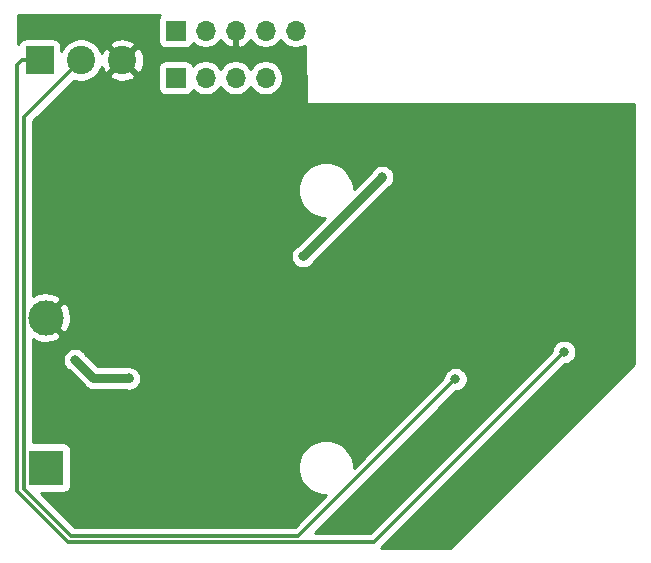
<source format=gbr>
%TF.GenerationSoftware,KiCad,Pcbnew,5.1.10*%
%TF.CreationDate,2021-06-08T01:23:06+10:00*%
%TF.ProjectId,mail-to-telegram,6d61696c-2d74-46f2-9d74-656c65677261,v1.0*%
%TF.SameCoordinates,Original*%
%TF.FileFunction,Copper,L2,Bot*%
%TF.FilePolarity,Positive*%
%FSLAX46Y46*%
G04 Gerber Fmt 4.6, Leading zero omitted, Abs format (unit mm)*
G04 Created by KiCad (PCBNEW 5.1.10) date 2021-06-08 01:23:06*
%MOMM*%
%LPD*%
G01*
G04 APERTURE LIST*
%TA.AperFunction,ComponentPad*%
%ADD10C,3.000000*%
%TD*%
%TA.AperFunction,ComponentPad*%
%ADD11R,3.000000X3.000000*%
%TD*%
%TA.AperFunction,ComponentPad*%
%ADD12O,1.700000X1.700000*%
%TD*%
%TA.AperFunction,ComponentPad*%
%ADD13R,1.700000X1.700000*%
%TD*%
%TA.AperFunction,ComponentPad*%
%ADD14C,2.400000*%
%TD*%
%TA.AperFunction,ComponentPad*%
%ADD15R,2.400000X2.400000*%
%TD*%
%TA.AperFunction,ViaPad*%
%ADD16C,0.800000*%
%TD*%
%TA.AperFunction,Conductor*%
%ADD17C,0.750000*%
%TD*%
%TA.AperFunction,Conductor*%
%ADD18C,0.300000*%
%TD*%
%TA.AperFunction,Conductor*%
%ADD19C,0.254000*%
%TD*%
%TA.AperFunction,Conductor*%
%ADD20C,0.100000*%
%TD*%
G04 APERTURE END LIST*
D10*
%TO.P,BT1,2*%
%TO.N,GND*%
X123000000Y-99800000D03*
D11*
%TO.P,BT1,1*%
%TO.N,+BATT*%
X123000000Y-112500000D03*
%TD*%
D12*
%TO.P,J2,4*%
%TO.N,GPIO34*%
X141620000Y-79500000D03*
%TO.P,J2,3*%
%TO.N,GPIO35*%
X139080000Y-79500000D03*
%TO.P,J2,2*%
%TO.N,GPIO32*%
X136540000Y-79500000D03*
D13*
%TO.P,J2,1*%
%TO.N,GPIO27*%
X134000000Y-79500000D03*
%TD*%
D12*
%TO.P,J1,5*%
%TO.N,UART_TX*%
X144160000Y-75500000D03*
%TO.P,J1,4*%
%TO.N,UART_RX*%
X141620000Y-75500000D03*
%TO.P,J1,3*%
%TO.N,GND*%
X139080000Y-75500000D03*
%TO.P,J1,2*%
%TO.N,+3V3*%
X136540000Y-75500000D03*
D13*
%TO.P,J1,1*%
%TO.N,+BATT*%
X134000000Y-75500000D03*
%TD*%
D14*
%TO.P,J3,3*%
%TO.N,GND*%
X129500000Y-78000000D03*
%TO.P,J3,2*%
%TO.N,REED_SW*%
X126000000Y-78000000D03*
D15*
%TO.P,J3,1*%
%TO.N,TOUCH*%
X122500000Y-78000000D03*
%TD*%
D16*
%TO.N,+3V3*%
X130050000Y-104950000D03*
X125500000Y-103400000D03*
X151500000Y-87900000D03*
X144800000Y-94600000D03*
%TO.N,REED_SW*%
X157700000Y-105000000D03*
%TO.N,TOUCH*%
X166900000Y-102700000D03*
%TO.N,GND*%
X161500000Y-90800000D03*
X161500000Y-92700000D03*
X163400000Y-90800000D03*
X161500000Y-88900000D03*
X159600000Y-90800000D03*
X159600000Y-92700000D03*
X163400000Y-92700000D03*
X163400000Y-88900000D03*
X159600000Y-88900000D03*
X124400000Y-107900000D03*
X125600000Y-105925000D03*
X134000000Y-105000000D03*
X134000000Y-106800000D03*
X149800000Y-85400000D03*
X151155000Y-83245000D03*
X169400000Y-83200000D03*
X156800000Y-102800000D03*
X128100000Y-103600000D03*
X140400000Y-105400000D03*
X148000000Y-105200000D03*
X151600000Y-92900000D03*
%TD*%
D17*
%TO.N,+3V3*%
X127050000Y-104950000D02*
X125500000Y-103400000D01*
X130050000Y-104950000D02*
X127050000Y-104950000D01*
X151500000Y-87900000D02*
X144800000Y-94600000D01*
D18*
%TO.N,REED_SW*%
X121149999Y-82850001D02*
X126000000Y-78000000D01*
X121149999Y-114280001D02*
X121149999Y-82850001D01*
X125169998Y-118300000D02*
X121149999Y-114280001D01*
X144400000Y-118300000D02*
X125169998Y-118300000D01*
X157700000Y-105000000D02*
X144400000Y-118300000D01*
%TO.N,TOUCH*%
X124900010Y-118800010D02*
X150799990Y-118800010D01*
X150799990Y-118800010D02*
X166500001Y-103099999D01*
X120600000Y-114500000D02*
X124900010Y-118800010D01*
X120600000Y-78400000D02*
X120600000Y-114500000D01*
X166500001Y-103099999D02*
X166900000Y-102700000D01*
X121000000Y-78000000D02*
X120600000Y-78400000D01*
X122500000Y-78000000D02*
X121000000Y-78000000D01*
%TD*%
D19*
%TO.N,GND*%
X132698815Y-74198815D02*
X132619463Y-74295506D01*
X132560498Y-74405820D01*
X132524188Y-74525518D01*
X132511928Y-74650000D01*
X132511928Y-76350000D01*
X132524188Y-76474482D01*
X132560498Y-76594180D01*
X132619463Y-76704494D01*
X132698815Y-76801185D01*
X132795506Y-76880537D01*
X132905820Y-76939502D01*
X133025518Y-76975812D01*
X133150000Y-76988072D01*
X134850000Y-76988072D01*
X134974482Y-76975812D01*
X135094180Y-76939502D01*
X135204494Y-76880537D01*
X135301185Y-76801185D01*
X135380537Y-76704494D01*
X135439502Y-76594180D01*
X135461513Y-76521620D01*
X135593368Y-76653475D01*
X135836589Y-76815990D01*
X136106842Y-76927932D01*
X136393740Y-76985000D01*
X136686260Y-76985000D01*
X136973158Y-76927932D01*
X137243411Y-76815990D01*
X137486632Y-76653475D01*
X137693475Y-76446632D01*
X137815195Y-76264466D01*
X137884822Y-76381355D01*
X138079731Y-76597588D01*
X138313080Y-76771641D01*
X138575901Y-76896825D01*
X138723110Y-76941476D01*
X138953000Y-76820155D01*
X138953000Y-75627000D01*
X138933000Y-75627000D01*
X138933000Y-75373000D01*
X138953000Y-75373000D01*
X138953000Y-75353000D01*
X139207000Y-75353000D01*
X139207000Y-75373000D01*
X139227000Y-75373000D01*
X139227000Y-75627000D01*
X139207000Y-75627000D01*
X139207000Y-76820155D01*
X139436890Y-76941476D01*
X139584099Y-76896825D01*
X139846920Y-76771641D01*
X140080269Y-76597588D01*
X140275178Y-76381355D01*
X140344805Y-76264466D01*
X140466525Y-76446632D01*
X140673368Y-76653475D01*
X140916589Y-76815990D01*
X141186842Y-76927932D01*
X141473740Y-76985000D01*
X141766260Y-76985000D01*
X142053158Y-76927932D01*
X142323411Y-76815990D01*
X142566632Y-76653475D01*
X142773475Y-76446632D01*
X142890000Y-76272240D01*
X143006525Y-76446632D01*
X143213368Y-76653475D01*
X143456589Y-76815990D01*
X143726842Y-76927932D01*
X144013740Y-76985000D01*
X144306260Y-76985000D01*
X144593158Y-76927932D01*
X144863411Y-76815990D01*
X144933518Y-76769146D01*
X145023022Y-81602351D01*
X145025440Y-81624776D01*
X145032667Y-81648601D01*
X145044403Y-81670557D01*
X145060197Y-81689803D01*
X145079443Y-81705597D01*
X145101399Y-81717333D01*
X145125224Y-81724560D01*
X145150000Y-81727000D01*
X172815000Y-81727000D01*
X172815001Y-103716262D01*
X157216264Y-119315000D01*
X151395157Y-119315000D01*
X166975158Y-103735000D01*
X167001939Y-103735000D01*
X167201898Y-103695226D01*
X167390256Y-103617205D01*
X167559774Y-103503937D01*
X167703937Y-103359774D01*
X167817205Y-103190256D01*
X167895226Y-103001898D01*
X167935000Y-102801939D01*
X167935000Y-102598061D01*
X167895226Y-102398102D01*
X167817205Y-102209744D01*
X167703937Y-102040226D01*
X167559774Y-101896063D01*
X167390256Y-101782795D01*
X167201898Y-101704774D01*
X167001939Y-101665000D01*
X166798061Y-101665000D01*
X166598102Y-101704774D01*
X166409744Y-101782795D01*
X166240226Y-101896063D01*
X166096063Y-102040226D01*
X165982795Y-102209744D01*
X165904774Y-102398102D01*
X165865000Y-102598061D01*
X165865000Y-102624842D01*
X150474833Y-118015010D01*
X145795147Y-118015010D01*
X157775158Y-106035000D01*
X157801939Y-106035000D01*
X158001898Y-105995226D01*
X158190256Y-105917205D01*
X158359774Y-105803937D01*
X158503937Y-105659774D01*
X158617205Y-105490256D01*
X158695226Y-105301898D01*
X158735000Y-105101939D01*
X158735000Y-104898061D01*
X158695226Y-104698102D01*
X158617205Y-104509744D01*
X158503937Y-104340226D01*
X158359774Y-104196063D01*
X158190256Y-104082795D01*
X158001898Y-104004774D01*
X157801939Y-103965000D01*
X157598061Y-103965000D01*
X157398102Y-104004774D01*
X157209744Y-104082795D01*
X157040226Y-104196063D01*
X156896063Y-104340226D01*
X156782795Y-104509744D01*
X156704774Y-104698102D01*
X156665000Y-104898061D01*
X156665000Y-104924842D01*
X149080000Y-112509843D01*
X149080000Y-112267560D01*
X148989306Y-111811613D01*
X148811405Y-111382121D01*
X148553132Y-110995588D01*
X148224412Y-110666868D01*
X147837879Y-110408595D01*
X147408387Y-110230694D01*
X146952440Y-110140000D01*
X146487560Y-110140000D01*
X146031613Y-110230694D01*
X145602121Y-110408595D01*
X145215588Y-110666868D01*
X144886868Y-110995588D01*
X144628595Y-111382121D01*
X144450694Y-111811613D01*
X144360000Y-112267560D01*
X144360000Y-112732440D01*
X144450694Y-113188387D01*
X144628595Y-113617879D01*
X144886868Y-114004412D01*
X145215588Y-114333132D01*
X145602121Y-114591405D01*
X146031613Y-114769306D01*
X146487560Y-114860000D01*
X146729843Y-114860000D01*
X144074843Y-117515000D01*
X125495156Y-117515000D01*
X122618227Y-114638072D01*
X124500000Y-114638072D01*
X124624482Y-114625812D01*
X124744180Y-114589502D01*
X124854494Y-114530537D01*
X124951185Y-114451185D01*
X125030537Y-114354494D01*
X125089502Y-114244180D01*
X125125812Y-114124482D01*
X125138072Y-114000000D01*
X125138072Y-111000000D01*
X125125812Y-110875518D01*
X125089502Y-110755820D01*
X125030537Y-110645506D01*
X124951185Y-110548815D01*
X124854494Y-110469463D01*
X124744180Y-110410498D01*
X124624482Y-110374188D01*
X124500000Y-110361928D01*
X121934999Y-110361928D01*
X121934999Y-103298061D01*
X124465000Y-103298061D01*
X124465000Y-103501939D01*
X124504774Y-103701898D01*
X124582795Y-103890256D01*
X124696063Y-104059774D01*
X124840226Y-104203937D01*
X124946777Y-104275132D01*
X126300739Y-105629094D01*
X126332367Y-105667633D01*
X126486160Y-105793847D01*
X126623404Y-105867205D01*
X126661620Y-105887632D01*
X126852005Y-105945385D01*
X127049999Y-105964886D01*
X127099607Y-105960000D01*
X129822377Y-105960000D01*
X129948061Y-105985000D01*
X130151939Y-105985000D01*
X130351898Y-105945226D01*
X130540256Y-105867205D01*
X130709774Y-105753937D01*
X130853937Y-105609774D01*
X130967205Y-105440256D01*
X131045226Y-105251898D01*
X131085000Y-105051939D01*
X131085000Y-104848061D01*
X131045226Y-104648102D01*
X130967205Y-104459744D01*
X130853937Y-104290226D01*
X130709774Y-104146063D01*
X130540256Y-104032795D01*
X130351898Y-103954774D01*
X130151939Y-103915000D01*
X129948061Y-103915000D01*
X129822377Y-103940000D01*
X127468355Y-103940000D01*
X126375132Y-102846777D01*
X126303937Y-102740226D01*
X126159774Y-102596063D01*
X125990256Y-102482795D01*
X125801898Y-102404774D01*
X125601939Y-102365000D01*
X125398061Y-102365000D01*
X125198102Y-102404774D01*
X125009744Y-102482795D01*
X124840226Y-102596063D01*
X124696063Y-102740226D01*
X124582795Y-102909744D01*
X124504774Y-103098102D01*
X124465000Y-103298061D01*
X121934999Y-103298061D01*
X121934999Y-101653562D01*
X122218745Y-101798020D01*
X122623551Y-101912044D01*
X123042824Y-101944902D01*
X123460451Y-101895334D01*
X123860383Y-101765243D01*
X124156038Y-101607214D01*
X124312048Y-101291653D01*
X123000000Y-99979605D01*
X122985858Y-99993748D01*
X122806253Y-99814143D01*
X122820395Y-99800000D01*
X123179605Y-99800000D01*
X124491653Y-101112048D01*
X124807214Y-100956038D01*
X124998020Y-100581255D01*
X125112044Y-100176449D01*
X125144902Y-99757176D01*
X125095334Y-99339549D01*
X124965243Y-98939617D01*
X124807214Y-98643962D01*
X124491653Y-98487952D01*
X123179605Y-99800000D01*
X122820395Y-99800000D01*
X122806253Y-99785858D01*
X122985858Y-99606253D01*
X123000000Y-99620395D01*
X124312048Y-98308347D01*
X124156038Y-97992786D01*
X123781255Y-97801980D01*
X123376449Y-97687956D01*
X122957176Y-97655098D01*
X122539549Y-97704666D01*
X122139617Y-97834757D01*
X121934999Y-97944126D01*
X121934999Y-94498061D01*
X143765000Y-94498061D01*
X143765000Y-94701939D01*
X143804774Y-94901898D01*
X143882795Y-95090256D01*
X143996063Y-95259774D01*
X144140226Y-95403937D01*
X144309744Y-95517205D01*
X144498102Y-95595226D01*
X144698061Y-95635000D01*
X144901939Y-95635000D01*
X145101898Y-95595226D01*
X145290256Y-95517205D01*
X145459774Y-95403937D01*
X145603937Y-95259774D01*
X145675132Y-95153223D01*
X152053226Y-88775130D01*
X152159774Y-88703937D01*
X152303937Y-88559774D01*
X152417205Y-88390256D01*
X152495226Y-88201898D01*
X152535000Y-88001939D01*
X152535000Y-87798061D01*
X152495226Y-87598102D01*
X152417205Y-87409744D01*
X152303937Y-87240226D01*
X152159774Y-87096063D01*
X151990256Y-86982795D01*
X151801898Y-86904774D01*
X151601939Y-86865000D01*
X151398061Y-86865000D01*
X151198102Y-86904774D01*
X151009744Y-86982795D01*
X150840226Y-87096063D01*
X150696063Y-87240226D01*
X150624870Y-87346774D01*
X149080000Y-88891644D01*
X149080000Y-88767560D01*
X148989306Y-88311613D01*
X148811405Y-87882121D01*
X148553132Y-87495588D01*
X148224412Y-87166868D01*
X147837879Y-86908595D01*
X147408387Y-86730694D01*
X146952440Y-86640000D01*
X146487560Y-86640000D01*
X146031613Y-86730694D01*
X145602121Y-86908595D01*
X145215588Y-87166868D01*
X144886868Y-87495588D01*
X144628595Y-87882121D01*
X144450694Y-88311613D01*
X144360000Y-88767560D01*
X144360000Y-89232440D01*
X144450694Y-89688387D01*
X144628595Y-90117879D01*
X144886868Y-90504412D01*
X145215588Y-90833132D01*
X145602121Y-91091405D01*
X146031613Y-91269306D01*
X146487560Y-91360000D01*
X146611645Y-91360000D01*
X144246777Y-93724868D01*
X144140226Y-93796063D01*
X143996063Y-93940226D01*
X143882795Y-94109744D01*
X143804774Y-94298102D01*
X143765000Y-94498061D01*
X121934999Y-94498061D01*
X121934999Y-83175158D01*
X125380552Y-79729606D01*
X125464750Y-79764482D01*
X125819268Y-79835000D01*
X126180732Y-79835000D01*
X126535250Y-79764482D01*
X126869199Y-79626156D01*
X127169744Y-79425338D01*
X127317102Y-79277980D01*
X128401626Y-79277980D01*
X128521514Y-79562836D01*
X128845210Y-79723699D01*
X129194069Y-79818322D01*
X129554684Y-79843067D01*
X129913198Y-79796985D01*
X130255833Y-79681846D01*
X130478486Y-79562836D01*
X130598374Y-79277980D01*
X129500000Y-78179605D01*
X128401626Y-79277980D01*
X127317102Y-79277980D01*
X127425338Y-79169744D01*
X127626156Y-78869199D01*
X127753190Y-78562511D01*
X127818154Y-78755833D01*
X127937164Y-78978486D01*
X128222020Y-79098374D01*
X129320395Y-78000000D01*
X129679605Y-78000000D01*
X130777980Y-79098374D01*
X131062836Y-78978486D01*
X131223699Y-78654790D01*
X131224998Y-78650000D01*
X132511928Y-78650000D01*
X132511928Y-80350000D01*
X132524188Y-80474482D01*
X132560498Y-80594180D01*
X132619463Y-80704494D01*
X132698815Y-80801185D01*
X132795506Y-80880537D01*
X132905820Y-80939502D01*
X133025518Y-80975812D01*
X133150000Y-80988072D01*
X134850000Y-80988072D01*
X134974482Y-80975812D01*
X135094180Y-80939502D01*
X135204494Y-80880537D01*
X135301185Y-80801185D01*
X135380537Y-80704494D01*
X135439502Y-80594180D01*
X135461513Y-80521620D01*
X135593368Y-80653475D01*
X135836589Y-80815990D01*
X136106842Y-80927932D01*
X136393740Y-80985000D01*
X136686260Y-80985000D01*
X136973158Y-80927932D01*
X137243411Y-80815990D01*
X137486632Y-80653475D01*
X137693475Y-80446632D01*
X137810000Y-80272240D01*
X137926525Y-80446632D01*
X138133368Y-80653475D01*
X138376589Y-80815990D01*
X138646842Y-80927932D01*
X138933740Y-80985000D01*
X139226260Y-80985000D01*
X139513158Y-80927932D01*
X139783411Y-80815990D01*
X140026632Y-80653475D01*
X140233475Y-80446632D01*
X140350000Y-80272240D01*
X140466525Y-80446632D01*
X140673368Y-80653475D01*
X140916589Y-80815990D01*
X141186842Y-80927932D01*
X141473740Y-80985000D01*
X141766260Y-80985000D01*
X142053158Y-80927932D01*
X142323411Y-80815990D01*
X142566632Y-80653475D01*
X142773475Y-80446632D01*
X142935990Y-80203411D01*
X143047932Y-79933158D01*
X143105000Y-79646260D01*
X143105000Y-79353740D01*
X143047932Y-79066842D01*
X142935990Y-78796589D01*
X142773475Y-78553368D01*
X142566632Y-78346525D01*
X142323411Y-78184010D01*
X142053158Y-78072068D01*
X141766260Y-78015000D01*
X141473740Y-78015000D01*
X141186842Y-78072068D01*
X140916589Y-78184010D01*
X140673368Y-78346525D01*
X140466525Y-78553368D01*
X140350000Y-78727760D01*
X140233475Y-78553368D01*
X140026632Y-78346525D01*
X139783411Y-78184010D01*
X139513158Y-78072068D01*
X139226260Y-78015000D01*
X138933740Y-78015000D01*
X138646842Y-78072068D01*
X138376589Y-78184010D01*
X138133368Y-78346525D01*
X137926525Y-78553368D01*
X137810000Y-78727760D01*
X137693475Y-78553368D01*
X137486632Y-78346525D01*
X137243411Y-78184010D01*
X136973158Y-78072068D01*
X136686260Y-78015000D01*
X136393740Y-78015000D01*
X136106842Y-78072068D01*
X135836589Y-78184010D01*
X135593368Y-78346525D01*
X135461513Y-78478380D01*
X135439502Y-78405820D01*
X135380537Y-78295506D01*
X135301185Y-78198815D01*
X135204494Y-78119463D01*
X135094180Y-78060498D01*
X134974482Y-78024188D01*
X134850000Y-78011928D01*
X133150000Y-78011928D01*
X133025518Y-78024188D01*
X132905820Y-78060498D01*
X132795506Y-78119463D01*
X132698815Y-78198815D01*
X132619463Y-78295506D01*
X132560498Y-78405820D01*
X132524188Y-78525518D01*
X132511928Y-78650000D01*
X131224998Y-78650000D01*
X131318322Y-78305931D01*
X131343067Y-77945316D01*
X131296985Y-77586802D01*
X131181846Y-77244167D01*
X131062836Y-77021514D01*
X130777980Y-76901626D01*
X129679605Y-78000000D01*
X129320395Y-78000000D01*
X128222020Y-76901626D01*
X127937164Y-77021514D01*
X127776301Y-77345210D01*
X127752031Y-77434690D01*
X127626156Y-77130801D01*
X127425338Y-76830256D01*
X127317102Y-76722020D01*
X128401626Y-76722020D01*
X129500000Y-77820395D01*
X130598374Y-76722020D01*
X130478486Y-76437164D01*
X130154790Y-76276301D01*
X129805931Y-76181678D01*
X129445316Y-76156933D01*
X129086802Y-76203015D01*
X128744167Y-76318154D01*
X128521514Y-76437164D01*
X128401626Y-76722020D01*
X127317102Y-76722020D01*
X127169744Y-76574662D01*
X126869199Y-76373844D01*
X126535250Y-76235518D01*
X126180732Y-76165000D01*
X125819268Y-76165000D01*
X125464750Y-76235518D01*
X125130801Y-76373844D01*
X124830256Y-76574662D01*
X124574662Y-76830256D01*
X124373844Y-77130801D01*
X124338072Y-77217162D01*
X124338072Y-76800000D01*
X124325812Y-76675518D01*
X124289502Y-76555820D01*
X124230537Y-76445506D01*
X124151185Y-76348815D01*
X124054494Y-76269463D01*
X123944180Y-76210498D01*
X123824482Y-76174188D01*
X123700000Y-76161928D01*
X121300000Y-76161928D01*
X121175518Y-76174188D01*
X121055820Y-76210498D01*
X120945506Y-76269463D01*
X120848815Y-76348815D01*
X120769463Y-76445506D01*
X120710498Y-76555820D01*
X120685000Y-76639876D01*
X120685000Y-74185000D01*
X132715649Y-74185000D01*
X132698815Y-74198815D01*
%TA.AperFunction,Conductor*%
D20*
G36*
X132698815Y-74198815D02*
G01*
X132619463Y-74295506D01*
X132560498Y-74405820D01*
X132524188Y-74525518D01*
X132511928Y-74650000D01*
X132511928Y-76350000D01*
X132524188Y-76474482D01*
X132560498Y-76594180D01*
X132619463Y-76704494D01*
X132698815Y-76801185D01*
X132795506Y-76880537D01*
X132905820Y-76939502D01*
X133025518Y-76975812D01*
X133150000Y-76988072D01*
X134850000Y-76988072D01*
X134974482Y-76975812D01*
X135094180Y-76939502D01*
X135204494Y-76880537D01*
X135301185Y-76801185D01*
X135380537Y-76704494D01*
X135439502Y-76594180D01*
X135461513Y-76521620D01*
X135593368Y-76653475D01*
X135836589Y-76815990D01*
X136106842Y-76927932D01*
X136393740Y-76985000D01*
X136686260Y-76985000D01*
X136973158Y-76927932D01*
X137243411Y-76815990D01*
X137486632Y-76653475D01*
X137693475Y-76446632D01*
X137815195Y-76264466D01*
X137884822Y-76381355D01*
X138079731Y-76597588D01*
X138313080Y-76771641D01*
X138575901Y-76896825D01*
X138723110Y-76941476D01*
X138953000Y-76820155D01*
X138953000Y-75627000D01*
X138933000Y-75627000D01*
X138933000Y-75373000D01*
X138953000Y-75373000D01*
X138953000Y-75353000D01*
X139207000Y-75353000D01*
X139207000Y-75373000D01*
X139227000Y-75373000D01*
X139227000Y-75627000D01*
X139207000Y-75627000D01*
X139207000Y-76820155D01*
X139436890Y-76941476D01*
X139584099Y-76896825D01*
X139846920Y-76771641D01*
X140080269Y-76597588D01*
X140275178Y-76381355D01*
X140344805Y-76264466D01*
X140466525Y-76446632D01*
X140673368Y-76653475D01*
X140916589Y-76815990D01*
X141186842Y-76927932D01*
X141473740Y-76985000D01*
X141766260Y-76985000D01*
X142053158Y-76927932D01*
X142323411Y-76815990D01*
X142566632Y-76653475D01*
X142773475Y-76446632D01*
X142890000Y-76272240D01*
X143006525Y-76446632D01*
X143213368Y-76653475D01*
X143456589Y-76815990D01*
X143726842Y-76927932D01*
X144013740Y-76985000D01*
X144306260Y-76985000D01*
X144593158Y-76927932D01*
X144863411Y-76815990D01*
X144933518Y-76769146D01*
X145023022Y-81602351D01*
X145025440Y-81624776D01*
X145032667Y-81648601D01*
X145044403Y-81670557D01*
X145060197Y-81689803D01*
X145079443Y-81705597D01*
X145101399Y-81717333D01*
X145125224Y-81724560D01*
X145150000Y-81727000D01*
X172815000Y-81727000D01*
X172815001Y-103716262D01*
X157216264Y-119315000D01*
X151395157Y-119315000D01*
X166975158Y-103735000D01*
X167001939Y-103735000D01*
X167201898Y-103695226D01*
X167390256Y-103617205D01*
X167559774Y-103503937D01*
X167703937Y-103359774D01*
X167817205Y-103190256D01*
X167895226Y-103001898D01*
X167935000Y-102801939D01*
X167935000Y-102598061D01*
X167895226Y-102398102D01*
X167817205Y-102209744D01*
X167703937Y-102040226D01*
X167559774Y-101896063D01*
X167390256Y-101782795D01*
X167201898Y-101704774D01*
X167001939Y-101665000D01*
X166798061Y-101665000D01*
X166598102Y-101704774D01*
X166409744Y-101782795D01*
X166240226Y-101896063D01*
X166096063Y-102040226D01*
X165982795Y-102209744D01*
X165904774Y-102398102D01*
X165865000Y-102598061D01*
X165865000Y-102624842D01*
X150474833Y-118015010D01*
X145795147Y-118015010D01*
X157775158Y-106035000D01*
X157801939Y-106035000D01*
X158001898Y-105995226D01*
X158190256Y-105917205D01*
X158359774Y-105803937D01*
X158503937Y-105659774D01*
X158617205Y-105490256D01*
X158695226Y-105301898D01*
X158735000Y-105101939D01*
X158735000Y-104898061D01*
X158695226Y-104698102D01*
X158617205Y-104509744D01*
X158503937Y-104340226D01*
X158359774Y-104196063D01*
X158190256Y-104082795D01*
X158001898Y-104004774D01*
X157801939Y-103965000D01*
X157598061Y-103965000D01*
X157398102Y-104004774D01*
X157209744Y-104082795D01*
X157040226Y-104196063D01*
X156896063Y-104340226D01*
X156782795Y-104509744D01*
X156704774Y-104698102D01*
X156665000Y-104898061D01*
X156665000Y-104924842D01*
X149080000Y-112509843D01*
X149080000Y-112267560D01*
X148989306Y-111811613D01*
X148811405Y-111382121D01*
X148553132Y-110995588D01*
X148224412Y-110666868D01*
X147837879Y-110408595D01*
X147408387Y-110230694D01*
X146952440Y-110140000D01*
X146487560Y-110140000D01*
X146031613Y-110230694D01*
X145602121Y-110408595D01*
X145215588Y-110666868D01*
X144886868Y-110995588D01*
X144628595Y-111382121D01*
X144450694Y-111811613D01*
X144360000Y-112267560D01*
X144360000Y-112732440D01*
X144450694Y-113188387D01*
X144628595Y-113617879D01*
X144886868Y-114004412D01*
X145215588Y-114333132D01*
X145602121Y-114591405D01*
X146031613Y-114769306D01*
X146487560Y-114860000D01*
X146729843Y-114860000D01*
X144074843Y-117515000D01*
X125495156Y-117515000D01*
X122618227Y-114638072D01*
X124500000Y-114638072D01*
X124624482Y-114625812D01*
X124744180Y-114589502D01*
X124854494Y-114530537D01*
X124951185Y-114451185D01*
X125030537Y-114354494D01*
X125089502Y-114244180D01*
X125125812Y-114124482D01*
X125138072Y-114000000D01*
X125138072Y-111000000D01*
X125125812Y-110875518D01*
X125089502Y-110755820D01*
X125030537Y-110645506D01*
X124951185Y-110548815D01*
X124854494Y-110469463D01*
X124744180Y-110410498D01*
X124624482Y-110374188D01*
X124500000Y-110361928D01*
X121934999Y-110361928D01*
X121934999Y-103298061D01*
X124465000Y-103298061D01*
X124465000Y-103501939D01*
X124504774Y-103701898D01*
X124582795Y-103890256D01*
X124696063Y-104059774D01*
X124840226Y-104203937D01*
X124946777Y-104275132D01*
X126300739Y-105629094D01*
X126332367Y-105667633D01*
X126486160Y-105793847D01*
X126623404Y-105867205D01*
X126661620Y-105887632D01*
X126852005Y-105945385D01*
X127049999Y-105964886D01*
X127099607Y-105960000D01*
X129822377Y-105960000D01*
X129948061Y-105985000D01*
X130151939Y-105985000D01*
X130351898Y-105945226D01*
X130540256Y-105867205D01*
X130709774Y-105753937D01*
X130853937Y-105609774D01*
X130967205Y-105440256D01*
X131045226Y-105251898D01*
X131085000Y-105051939D01*
X131085000Y-104848061D01*
X131045226Y-104648102D01*
X130967205Y-104459744D01*
X130853937Y-104290226D01*
X130709774Y-104146063D01*
X130540256Y-104032795D01*
X130351898Y-103954774D01*
X130151939Y-103915000D01*
X129948061Y-103915000D01*
X129822377Y-103940000D01*
X127468355Y-103940000D01*
X126375132Y-102846777D01*
X126303937Y-102740226D01*
X126159774Y-102596063D01*
X125990256Y-102482795D01*
X125801898Y-102404774D01*
X125601939Y-102365000D01*
X125398061Y-102365000D01*
X125198102Y-102404774D01*
X125009744Y-102482795D01*
X124840226Y-102596063D01*
X124696063Y-102740226D01*
X124582795Y-102909744D01*
X124504774Y-103098102D01*
X124465000Y-103298061D01*
X121934999Y-103298061D01*
X121934999Y-101653562D01*
X122218745Y-101798020D01*
X122623551Y-101912044D01*
X123042824Y-101944902D01*
X123460451Y-101895334D01*
X123860383Y-101765243D01*
X124156038Y-101607214D01*
X124312048Y-101291653D01*
X123000000Y-99979605D01*
X122985858Y-99993748D01*
X122806253Y-99814143D01*
X122820395Y-99800000D01*
X123179605Y-99800000D01*
X124491653Y-101112048D01*
X124807214Y-100956038D01*
X124998020Y-100581255D01*
X125112044Y-100176449D01*
X125144902Y-99757176D01*
X125095334Y-99339549D01*
X124965243Y-98939617D01*
X124807214Y-98643962D01*
X124491653Y-98487952D01*
X123179605Y-99800000D01*
X122820395Y-99800000D01*
X122806253Y-99785858D01*
X122985858Y-99606253D01*
X123000000Y-99620395D01*
X124312048Y-98308347D01*
X124156038Y-97992786D01*
X123781255Y-97801980D01*
X123376449Y-97687956D01*
X122957176Y-97655098D01*
X122539549Y-97704666D01*
X122139617Y-97834757D01*
X121934999Y-97944126D01*
X121934999Y-94498061D01*
X143765000Y-94498061D01*
X143765000Y-94701939D01*
X143804774Y-94901898D01*
X143882795Y-95090256D01*
X143996063Y-95259774D01*
X144140226Y-95403937D01*
X144309744Y-95517205D01*
X144498102Y-95595226D01*
X144698061Y-95635000D01*
X144901939Y-95635000D01*
X145101898Y-95595226D01*
X145290256Y-95517205D01*
X145459774Y-95403937D01*
X145603937Y-95259774D01*
X145675132Y-95153223D01*
X152053226Y-88775130D01*
X152159774Y-88703937D01*
X152303937Y-88559774D01*
X152417205Y-88390256D01*
X152495226Y-88201898D01*
X152535000Y-88001939D01*
X152535000Y-87798061D01*
X152495226Y-87598102D01*
X152417205Y-87409744D01*
X152303937Y-87240226D01*
X152159774Y-87096063D01*
X151990256Y-86982795D01*
X151801898Y-86904774D01*
X151601939Y-86865000D01*
X151398061Y-86865000D01*
X151198102Y-86904774D01*
X151009744Y-86982795D01*
X150840226Y-87096063D01*
X150696063Y-87240226D01*
X150624870Y-87346774D01*
X149080000Y-88891644D01*
X149080000Y-88767560D01*
X148989306Y-88311613D01*
X148811405Y-87882121D01*
X148553132Y-87495588D01*
X148224412Y-87166868D01*
X147837879Y-86908595D01*
X147408387Y-86730694D01*
X146952440Y-86640000D01*
X146487560Y-86640000D01*
X146031613Y-86730694D01*
X145602121Y-86908595D01*
X145215588Y-87166868D01*
X144886868Y-87495588D01*
X144628595Y-87882121D01*
X144450694Y-88311613D01*
X144360000Y-88767560D01*
X144360000Y-89232440D01*
X144450694Y-89688387D01*
X144628595Y-90117879D01*
X144886868Y-90504412D01*
X145215588Y-90833132D01*
X145602121Y-91091405D01*
X146031613Y-91269306D01*
X146487560Y-91360000D01*
X146611645Y-91360000D01*
X144246777Y-93724868D01*
X144140226Y-93796063D01*
X143996063Y-93940226D01*
X143882795Y-94109744D01*
X143804774Y-94298102D01*
X143765000Y-94498061D01*
X121934999Y-94498061D01*
X121934999Y-83175158D01*
X125380552Y-79729606D01*
X125464750Y-79764482D01*
X125819268Y-79835000D01*
X126180732Y-79835000D01*
X126535250Y-79764482D01*
X126869199Y-79626156D01*
X127169744Y-79425338D01*
X127317102Y-79277980D01*
X128401626Y-79277980D01*
X128521514Y-79562836D01*
X128845210Y-79723699D01*
X129194069Y-79818322D01*
X129554684Y-79843067D01*
X129913198Y-79796985D01*
X130255833Y-79681846D01*
X130478486Y-79562836D01*
X130598374Y-79277980D01*
X129500000Y-78179605D01*
X128401626Y-79277980D01*
X127317102Y-79277980D01*
X127425338Y-79169744D01*
X127626156Y-78869199D01*
X127753190Y-78562511D01*
X127818154Y-78755833D01*
X127937164Y-78978486D01*
X128222020Y-79098374D01*
X129320395Y-78000000D01*
X129679605Y-78000000D01*
X130777980Y-79098374D01*
X131062836Y-78978486D01*
X131223699Y-78654790D01*
X131224998Y-78650000D01*
X132511928Y-78650000D01*
X132511928Y-80350000D01*
X132524188Y-80474482D01*
X132560498Y-80594180D01*
X132619463Y-80704494D01*
X132698815Y-80801185D01*
X132795506Y-80880537D01*
X132905820Y-80939502D01*
X133025518Y-80975812D01*
X133150000Y-80988072D01*
X134850000Y-80988072D01*
X134974482Y-80975812D01*
X135094180Y-80939502D01*
X135204494Y-80880537D01*
X135301185Y-80801185D01*
X135380537Y-80704494D01*
X135439502Y-80594180D01*
X135461513Y-80521620D01*
X135593368Y-80653475D01*
X135836589Y-80815990D01*
X136106842Y-80927932D01*
X136393740Y-80985000D01*
X136686260Y-80985000D01*
X136973158Y-80927932D01*
X137243411Y-80815990D01*
X137486632Y-80653475D01*
X137693475Y-80446632D01*
X137810000Y-80272240D01*
X137926525Y-80446632D01*
X138133368Y-80653475D01*
X138376589Y-80815990D01*
X138646842Y-80927932D01*
X138933740Y-80985000D01*
X139226260Y-80985000D01*
X139513158Y-80927932D01*
X139783411Y-80815990D01*
X140026632Y-80653475D01*
X140233475Y-80446632D01*
X140350000Y-80272240D01*
X140466525Y-80446632D01*
X140673368Y-80653475D01*
X140916589Y-80815990D01*
X141186842Y-80927932D01*
X141473740Y-80985000D01*
X141766260Y-80985000D01*
X142053158Y-80927932D01*
X142323411Y-80815990D01*
X142566632Y-80653475D01*
X142773475Y-80446632D01*
X142935990Y-80203411D01*
X143047932Y-79933158D01*
X143105000Y-79646260D01*
X143105000Y-79353740D01*
X143047932Y-79066842D01*
X142935990Y-78796589D01*
X142773475Y-78553368D01*
X142566632Y-78346525D01*
X142323411Y-78184010D01*
X142053158Y-78072068D01*
X141766260Y-78015000D01*
X141473740Y-78015000D01*
X141186842Y-78072068D01*
X140916589Y-78184010D01*
X140673368Y-78346525D01*
X140466525Y-78553368D01*
X140350000Y-78727760D01*
X140233475Y-78553368D01*
X140026632Y-78346525D01*
X139783411Y-78184010D01*
X139513158Y-78072068D01*
X139226260Y-78015000D01*
X138933740Y-78015000D01*
X138646842Y-78072068D01*
X138376589Y-78184010D01*
X138133368Y-78346525D01*
X137926525Y-78553368D01*
X137810000Y-78727760D01*
X137693475Y-78553368D01*
X137486632Y-78346525D01*
X137243411Y-78184010D01*
X136973158Y-78072068D01*
X136686260Y-78015000D01*
X136393740Y-78015000D01*
X136106842Y-78072068D01*
X135836589Y-78184010D01*
X135593368Y-78346525D01*
X135461513Y-78478380D01*
X135439502Y-78405820D01*
X135380537Y-78295506D01*
X135301185Y-78198815D01*
X135204494Y-78119463D01*
X135094180Y-78060498D01*
X134974482Y-78024188D01*
X134850000Y-78011928D01*
X133150000Y-78011928D01*
X133025518Y-78024188D01*
X132905820Y-78060498D01*
X132795506Y-78119463D01*
X132698815Y-78198815D01*
X132619463Y-78295506D01*
X132560498Y-78405820D01*
X132524188Y-78525518D01*
X132511928Y-78650000D01*
X131224998Y-78650000D01*
X131318322Y-78305931D01*
X131343067Y-77945316D01*
X131296985Y-77586802D01*
X131181846Y-77244167D01*
X131062836Y-77021514D01*
X130777980Y-76901626D01*
X129679605Y-78000000D01*
X129320395Y-78000000D01*
X128222020Y-76901626D01*
X127937164Y-77021514D01*
X127776301Y-77345210D01*
X127752031Y-77434690D01*
X127626156Y-77130801D01*
X127425338Y-76830256D01*
X127317102Y-76722020D01*
X128401626Y-76722020D01*
X129500000Y-77820395D01*
X130598374Y-76722020D01*
X130478486Y-76437164D01*
X130154790Y-76276301D01*
X129805931Y-76181678D01*
X129445316Y-76156933D01*
X129086802Y-76203015D01*
X128744167Y-76318154D01*
X128521514Y-76437164D01*
X128401626Y-76722020D01*
X127317102Y-76722020D01*
X127169744Y-76574662D01*
X126869199Y-76373844D01*
X126535250Y-76235518D01*
X126180732Y-76165000D01*
X125819268Y-76165000D01*
X125464750Y-76235518D01*
X125130801Y-76373844D01*
X124830256Y-76574662D01*
X124574662Y-76830256D01*
X124373844Y-77130801D01*
X124338072Y-77217162D01*
X124338072Y-76800000D01*
X124325812Y-76675518D01*
X124289502Y-76555820D01*
X124230537Y-76445506D01*
X124151185Y-76348815D01*
X124054494Y-76269463D01*
X123944180Y-76210498D01*
X123824482Y-76174188D01*
X123700000Y-76161928D01*
X121300000Y-76161928D01*
X121175518Y-76174188D01*
X121055820Y-76210498D01*
X120945506Y-76269463D01*
X120848815Y-76348815D01*
X120769463Y-76445506D01*
X120710498Y-76555820D01*
X120685000Y-76639876D01*
X120685000Y-74185000D01*
X132715649Y-74185000D01*
X132698815Y-74198815D01*
G37*
%TD.AperFunction*%
%TD*%
M02*

</source>
